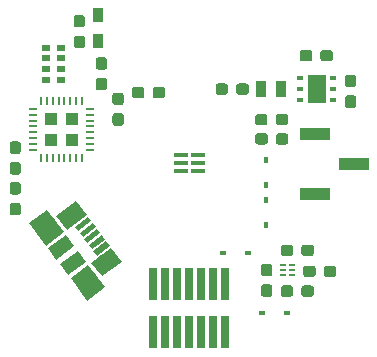
<source format=gbr>
G04 #@! TF.GenerationSoftware,KiCad,Pcbnew,(5.0.2)-1*
G04 #@! TF.CreationDate,2019-02-24T19:10:18-05:00*
G04 #@! TF.ProjectId,light_monitor,6c696768-745f-46d6-9f6e-69746f722e6b,R001*
G04 #@! TF.SameCoordinates,Original*
G04 #@! TF.FileFunction,Paste,Top*
G04 #@! TF.FilePolarity,Positive*
%FSLAX46Y46*%
G04 Gerber Fmt 4.6, Leading zero omitted, Abs format (unit mm)*
G04 Created by KiCad (PCBNEW (5.0.2)-1) date 2/24/2019 7:10:18 PM*
%MOMM*%
%LPD*%
G01*
G04 APERTURE LIST*
%ADD10R,0.530000X0.280000*%
%ADD11R,0.530000X0.200000*%
%ADD12R,0.900000X1.200000*%
%ADD13R,1.035000X1.035000*%
%ADD14R,0.700000X0.250000*%
%ADD15R,0.250000X0.700000*%
%ADD16R,0.900000X1.450000*%
%ADD17R,0.800000X0.500000*%
%ADD18R,1.200000X0.350000*%
%ADD19R,0.740000X2.790000*%
%ADD20R,1.500000X2.400000*%
%ADD21R,0.600000X0.400000*%
%ADD22C,0.100000*%
%ADD23C,0.950000*%
%ADD24R,0.600000X0.450000*%
%ADD25R,0.450000X0.600000*%
%ADD26C,0.450000*%
%ADD27C,1.475000*%
%ADD28C,1.900000*%
%ADD29C,1.175000*%
%ADD30R,2.510000X1.000000*%
G04 APERTURE END LIST*
D10*
G04 #@! TO.C,U4*
X121272600Y-114700000D03*
D11*
X121272600Y-114300000D03*
D10*
X121272600Y-113900000D03*
X122008600Y-113900000D03*
D11*
X122008600Y-114300000D03*
D10*
X122008600Y-114700000D03*
G04 #@! TD*
D12*
G04 #@! TO.C,D1*
X105623360Y-92735400D03*
X105623360Y-94935400D03*
G04 #@! TD*
D13*
G04 #@! TO.C,U1*
X103376900Y-101524900D03*
X101651900Y-101524900D03*
X103376900Y-103249900D03*
X101651900Y-103249900D03*
D14*
X104914400Y-100637400D03*
X104914400Y-101137400D03*
X104914400Y-101637400D03*
X104914400Y-102137400D03*
X104914400Y-102637400D03*
X104914400Y-103137400D03*
X104914400Y-103637400D03*
X104914400Y-104137400D03*
D15*
X104264400Y-104787400D03*
X103764400Y-104787400D03*
X103264400Y-104787400D03*
X102764400Y-104787400D03*
X102264400Y-104787400D03*
X101764400Y-104787400D03*
X101264400Y-104787400D03*
X100764400Y-104787400D03*
D14*
X100114400Y-104137400D03*
X100114400Y-103637400D03*
X100114400Y-103137400D03*
X100114400Y-102637400D03*
X100114400Y-102137400D03*
X100114400Y-101637400D03*
X100114400Y-101137400D03*
X100114400Y-100637400D03*
D15*
X100764400Y-99987400D03*
X101264400Y-99987400D03*
X101764400Y-99987400D03*
X102264400Y-99987400D03*
X102764400Y-99987400D03*
X103264400Y-99987400D03*
X103764400Y-99987400D03*
X104264400Y-99987400D03*
G04 #@! TD*
D16*
G04 #@! TO.C,L1*
X121119900Y-98971100D03*
X119419900Y-98971100D03*
G04 #@! TD*
D17*
G04 #@! TO.C,U5*
X101233680Y-98164640D03*
X101233680Y-97264640D03*
X101233680Y-96364640D03*
X101233680Y-95464640D03*
X102433680Y-95464640D03*
X102433680Y-96364640D03*
X102433680Y-97264640D03*
X102433680Y-98164640D03*
G04 #@! TD*
D18*
G04 #@! TO.C,IC1*
X112610200Y-104582200D03*
X112610200Y-105232200D03*
X112610200Y-105882200D03*
X114110200Y-105882200D03*
X114110200Y-105232200D03*
X114110200Y-104582200D03*
G04 #@! TD*
D19*
G04 #@! TO.C,U2*
X110286800Y-119542560D03*
X110286800Y-115478560D03*
X111302800Y-119542560D03*
X111302800Y-115478560D03*
X112318800Y-119542560D03*
X112318800Y-115478560D03*
X113334800Y-119542560D03*
X113334800Y-115478560D03*
X114350800Y-119542560D03*
X114350800Y-115478560D03*
X115366800Y-119542560D03*
X115366800Y-115478560D03*
X116382800Y-119542560D03*
X116382800Y-115478560D03*
G04 #@! TD*
D20*
G04 #@! TO.C,U3*
X124142500Y-98945700D03*
D21*
X122742500Y-97995700D03*
X122742500Y-98945700D03*
X122742500Y-99895700D03*
X125542500Y-99895700D03*
X125542500Y-98945700D03*
X125542500Y-97995700D03*
G04 #@! TD*
D22*
G04 #@! TO.C,C1*
G36*
X118147699Y-98499784D02*
X118170754Y-98503203D01*
X118193363Y-98508867D01*
X118215307Y-98516719D01*
X118236377Y-98526684D01*
X118256368Y-98538666D01*
X118275088Y-98552550D01*
X118292358Y-98568202D01*
X118308010Y-98585472D01*
X118321894Y-98604192D01*
X118333876Y-98624183D01*
X118343841Y-98645253D01*
X118351693Y-98667197D01*
X118357357Y-98689806D01*
X118360776Y-98712861D01*
X118361920Y-98736140D01*
X118361920Y-99211140D01*
X118360776Y-99234419D01*
X118357357Y-99257474D01*
X118351693Y-99280083D01*
X118343841Y-99302027D01*
X118333876Y-99323097D01*
X118321894Y-99343088D01*
X118308010Y-99361808D01*
X118292358Y-99379078D01*
X118275088Y-99394730D01*
X118256368Y-99408614D01*
X118236377Y-99420596D01*
X118215307Y-99430561D01*
X118193363Y-99438413D01*
X118170754Y-99444077D01*
X118147699Y-99447496D01*
X118124420Y-99448640D01*
X117549420Y-99448640D01*
X117526141Y-99447496D01*
X117503086Y-99444077D01*
X117480477Y-99438413D01*
X117458533Y-99430561D01*
X117437463Y-99420596D01*
X117417472Y-99408614D01*
X117398752Y-99394730D01*
X117381482Y-99379078D01*
X117365830Y-99361808D01*
X117351946Y-99343088D01*
X117339964Y-99323097D01*
X117329999Y-99302027D01*
X117322147Y-99280083D01*
X117316483Y-99257474D01*
X117313064Y-99234419D01*
X117311920Y-99211140D01*
X117311920Y-98736140D01*
X117313064Y-98712861D01*
X117316483Y-98689806D01*
X117322147Y-98667197D01*
X117329999Y-98645253D01*
X117339964Y-98624183D01*
X117351946Y-98604192D01*
X117365830Y-98585472D01*
X117381482Y-98568202D01*
X117398752Y-98552550D01*
X117417472Y-98538666D01*
X117437463Y-98526684D01*
X117458533Y-98516719D01*
X117480477Y-98508867D01*
X117503086Y-98503203D01*
X117526141Y-98499784D01*
X117549420Y-98498640D01*
X118124420Y-98498640D01*
X118147699Y-98499784D01*
X118147699Y-98499784D01*
G37*
D23*
X117836920Y-98973640D03*
D22*
G36*
X116397699Y-98499784D02*
X116420754Y-98503203D01*
X116443363Y-98508867D01*
X116465307Y-98516719D01*
X116486377Y-98526684D01*
X116506368Y-98538666D01*
X116525088Y-98552550D01*
X116542358Y-98568202D01*
X116558010Y-98585472D01*
X116571894Y-98604192D01*
X116583876Y-98624183D01*
X116593841Y-98645253D01*
X116601693Y-98667197D01*
X116607357Y-98689806D01*
X116610776Y-98712861D01*
X116611920Y-98736140D01*
X116611920Y-99211140D01*
X116610776Y-99234419D01*
X116607357Y-99257474D01*
X116601693Y-99280083D01*
X116593841Y-99302027D01*
X116583876Y-99323097D01*
X116571894Y-99343088D01*
X116558010Y-99361808D01*
X116542358Y-99379078D01*
X116525088Y-99394730D01*
X116506368Y-99408614D01*
X116486377Y-99420596D01*
X116465307Y-99430561D01*
X116443363Y-99438413D01*
X116420754Y-99444077D01*
X116397699Y-99447496D01*
X116374420Y-99448640D01*
X115799420Y-99448640D01*
X115776141Y-99447496D01*
X115753086Y-99444077D01*
X115730477Y-99438413D01*
X115708533Y-99430561D01*
X115687463Y-99420596D01*
X115667472Y-99408614D01*
X115648752Y-99394730D01*
X115631482Y-99379078D01*
X115615830Y-99361808D01*
X115601946Y-99343088D01*
X115589964Y-99323097D01*
X115579999Y-99302027D01*
X115572147Y-99280083D01*
X115566483Y-99257474D01*
X115563064Y-99234419D01*
X115561920Y-99211140D01*
X115561920Y-98736140D01*
X115563064Y-98712861D01*
X115566483Y-98689806D01*
X115572147Y-98667197D01*
X115579999Y-98645253D01*
X115589964Y-98624183D01*
X115601946Y-98604192D01*
X115615830Y-98585472D01*
X115631482Y-98568202D01*
X115648752Y-98552550D01*
X115667472Y-98538666D01*
X115687463Y-98526684D01*
X115708533Y-98516719D01*
X115730477Y-98508867D01*
X115753086Y-98503203D01*
X115776141Y-98499784D01*
X115799420Y-98498640D01*
X116374420Y-98498640D01*
X116397699Y-98499784D01*
X116397699Y-98499784D01*
G37*
D23*
X116086920Y-98973640D03*
G04 #@! TD*
D22*
G04 #@! TO.C,C2*
G36*
X125277479Y-95677844D02*
X125300534Y-95681263D01*
X125323143Y-95686927D01*
X125345087Y-95694779D01*
X125366157Y-95704744D01*
X125386148Y-95716726D01*
X125404868Y-95730610D01*
X125422138Y-95746262D01*
X125437790Y-95763532D01*
X125451674Y-95782252D01*
X125463656Y-95802243D01*
X125473621Y-95823313D01*
X125481473Y-95845257D01*
X125487137Y-95867866D01*
X125490556Y-95890921D01*
X125491700Y-95914200D01*
X125491700Y-96389200D01*
X125490556Y-96412479D01*
X125487137Y-96435534D01*
X125481473Y-96458143D01*
X125473621Y-96480087D01*
X125463656Y-96501157D01*
X125451674Y-96521148D01*
X125437790Y-96539868D01*
X125422138Y-96557138D01*
X125404868Y-96572790D01*
X125386148Y-96586674D01*
X125366157Y-96598656D01*
X125345087Y-96608621D01*
X125323143Y-96616473D01*
X125300534Y-96622137D01*
X125277479Y-96625556D01*
X125254200Y-96626700D01*
X124679200Y-96626700D01*
X124655921Y-96625556D01*
X124632866Y-96622137D01*
X124610257Y-96616473D01*
X124588313Y-96608621D01*
X124567243Y-96598656D01*
X124547252Y-96586674D01*
X124528532Y-96572790D01*
X124511262Y-96557138D01*
X124495610Y-96539868D01*
X124481726Y-96521148D01*
X124469744Y-96501157D01*
X124459779Y-96480087D01*
X124451927Y-96458143D01*
X124446263Y-96435534D01*
X124442844Y-96412479D01*
X124441700Y-96389200D01*
X124441700Y-95914200D01*
X124442844Y-95890921D01*
X124446263Y-95867866D01*
X124451927Y-95845257D01*
X124459779Y-95823313D01*
X124469744Y-95802243D01*
X124481726Y-95782252D01*
X124495610Y-95763532D01*
X124511262Y-95746262D01*
X124528532Y-95730610D01*
X124547252Y-95716726D01*
X124567243Y-95704744D01*
X124588313Y-95694779D01*
X124610257Y-95686927D01*
X124632866Y-95681263D01*
X124655921Y-95677844D01*
X124679200Y-95676700D01*
X125254200Y-95676700D01*
X125277479Y-95677844D01*
X125277479Y-95677844D01*
G37*
D23*
X124966700Y-96151700D03*
D22*
G36*
X123527479Y-95677844D02*
X123550534Y-95681263D01*
X123573143Y-95686927D01*
X123595087Y-95694779D01*
X123616157Y-95704744D01*
X123636148Y-95716726D01*
X123654868Y-95730610D01*
X123672138Y-95746262D01*
X123687790Y-95763532D01*
X123701674Y-95782252D01*
X123713656Y-95802243D01*
X123723621Y-95823313D01*
X123731473Y-95845257D01*
X123737137Y-95867866D01*
X123740556Y-95890921D01*
X123741700Y-95914200D01*
X123741700Y-96389200D01*
X123740556Y-96412479D01*
X123737137Y-96435534D01*
X123731473Y-96458143D01*
X123723621Y-96480087D01*
X123713656Y-96501157D01*
X123701674Y-96521148D01*
X123687790Y-96539868D01*
X123672138Y-96557138D01*
X123654868Y-96572790D01*
X123636148Y-96586674D01*
X123616157Y-96598656D01*
X123595087Y-96608621D01*
X123573143Y-96616473D01*
X123550534Y-96622137D01*
X123527479Y-96625556D01*
X123504200Y-96626700D01*
X122929200Y-96626700D01*
X122905921Y-96625556D01*
X122882866Y-96622137D01*
X122860257Y-96616473D01*
X122838313Y-96608621D01*
X122817243Y-96598656D01*
X122797252Y-96586674D01*
X122778532Y-96572790D01*
X122761262Y-96557138D01*
X122745610Y-96539868D01*
X122731726Y-96521148D01*
X122719744Y-96501157D01*
X122709779Y-96480087D01*
X122701927Y-96458143D01*
X122696263Y-96435534D01*
X122692844Y-96412479D01*
X122691700Y-96389200D01*
X122691700Y-95914200D01*
X122692844Y-95890921D01*
X122696263Y-95867866D01*
X122701927Y-95845257D01*
X122709779Y-95823313D01*
X122719744Y-95802243D01*
X122731726Y-95782252D01*
X122745610Y-95763532D01*
X122761262Y-95746262D01*
X122778532Y-95730610D01*
X122797252Y-95716726D01*
X122817243Y-95704744D01*
X122838313Y-95694779D01*
X122860257Y-95686927D01*
X122882866Y-95681263D01*
X122905921Y-95677844D01*
X122929200Y-95676700D01*
X123504200Y-95676700D01*
X123527479Y-95677844D01*
X123527479Y-95677844D01*
G37*
D23*
X123216700Y-96151700D03*
G04 #@! TD*
D22*
G04 #@! TO.C,C3*
G36*
X119765739Y-102721264D02*
X119788794Y-102724683D01*
X119811403Y-102730347D01*
X119833347Y-102738199D01*
X119854417Y-102748164D01*
X119874408Y-102760146D01*
X119893128Y-102774030D01*
X119910398Y-102789682D01*
X119926050Y-102806952D01*
X119939934Y-102825672D01*
X119951916Y-102845663D01*
X119961881Y-102866733D01*
X119969733Y-102888677D01*
X119975397Y-102911286D01*
X119978816Y-102934341D01*
X119979960Y-102957620D01*
X119979960Y-103432620D01*
X119978816Y-103455899D01*
X119975397Y-103478954D01*
X119969733Y-103501563D01*
X119961881Y-103523507D01*
X119951916Y-103544577D01*
X119939934Y-103564568D01*
X119926050Y-103583288D01*
X119910398Y-103600558D01*
X119893128Y-103616210D01*
X119874408Y-103630094D01*
X119854417Y-103642076D01*
X119833347Y-103652041D01*
X119811403Y-103659893D01*
X119788794Y-103665557D01*
X119765739Y-103668976D01*
X119742460Y-103670120D01*
X119167460Y-103670120D01*
X119144181Y-103668976D01*
X119121126Y-103665557D01*
X119098517Y-103659893D01*
X119076573Y-103652041D01*
X119055503Y-103642076D01*
X119035512Y-103630094D01*
X119016792Y-103616210D01*
X118999522Y-103600558D01*
X118983870Y-103583288D01*
X118969986Y-103564568D01*
X118958004Y-103544577D01*
X118948039Y-103523507D01*
X118940187Y-103501563D01*
X118934523Y-103478954D01*
X118931104Y-103455899D01*
X118929960Y-103432620D01*
X118929960Y-102957620D01*
X118931104Y-102934341D01*
X118934523Y-102911286D01*
X118940187Y-102888677D01*
X118948039Y-102866733D01*
X118958004Y-102845663D01*
X118969986Y-102825672D01*
X118983870Y-102806952D01*
X118999522Y-102789682D01*
X119016792Y-102774030D01*
X119035512Y-102760146D01*
X119055503Y-102748164D01*
X119076573Y-102738199D01*
X119098517Y-102730347D01*
X119121126Y-102724683D01*
X119144181Y-102721264D01*
X119167460Y-102720120D01*
X119742460Y-102720120D01*
X119765739Y-102721264D01*
X119765739Y-102721264D01*
G37*
D23*
X119454960Y-103195120D03*
D22*
G36*
X121515739Y-102721264D02*
X121538794Y-102724683D01*
X121561403Y-102730347D01*
X121583347Y-102738199D01*
X121604417Y-102748164D01*
X121624408Y-102760146D01*
X121643128Y-102774030D01*
X121660398Y-102789682D01*
X121676050Y-102806952D01*
X121689934Y-102825672D01*
X121701916Y-102845663D01*
X121711881Y-102866733D01*
X121719733Y-102888677D01*
X121725397Y-102911286D01*
X121728816Y-102934341D01*
X121729960Y-102957620D01*
X121729960Y-103432620D01*
X121728816Y-103455899D01*
X121725397Y-103478954D01*
X121719733Y-103501563D01*
X121711881Y-103523507D01*
X121701916Y-103544577D01*
X121689934Y-103564568D01*
X121676050Y-103583288D01*
X121660398Y-103600558D01*
X121643128Y-103616210D01*
X121624408Y-103630094D01*
X121604417Y-103642076D01*
X121583347Y-103652041D01*
X121561403Y-103659893D01*
X121538794Y-103665557D01*
X121515739Y-103668976D01*
X121492460Y-103670120D01*
X120917460Y-103670120D01*
X120894181Y-103668976D01*
X120871126Y-103665557D01*
X120848517Y-103659893D01*
X120826573Y-103652041D01*
X120805503Y-103642076D01*
X120785512Y-103630094D01*
X120766792Y-103616210D01*
X120749522Y-103600558D01*
X120733870Y-103583288D01*
X120719986Y-103564568D01*
X120708004Y-103544577D01*
X120698039Y-103523507D01*
X120690187Y-103501563D01*
X120684523Y-103478954D01*
X120681104Y-103455899D01*
X120679960Y-103432620D01*
X120679960Y-102957620D01*
X120681104Y-102934341D01*
X120684523Y-102911286D01*
X120690187Y-102888677D01*
X120698039Y-102866733D01*
X120708004Y-102845663D01*
X120719986Y-102825672D01*
X120733870Y-102806952D01*
X120749522Y-102789682D01*
X120766792Y-102774030D01*
X120785512Y-102760146D01*
X120805503Y-102748164D01*
X120826573Y-102738199D01*
X120848517Y-102730347D01*
X120871126Y-102724683D01*
X120894181Y-102721264D01*
X120917460Y-102720120D01*
X121492460Y-102720120D01*
X121515739Y-102721264D01*
X121515739Y-102721264D01*
G37*
D23*
X121204960Y-103195120D03*
G04 #@! TD*
D22*
G04 #@! TO.C,C4*
G36*
X127250619Y-99512744D02*
X127273674Y-99516163D01*
X127296283Y-99521827D01*
X127318227Y-99529679D01*
X127339297Y-99539644D01*
X127359288Y-99551626D01*
X127378008Y-99565510D01*
X127395278Y-99581162D01*
X127410930Y-99598432D01*
X127424814Y-99617152D01*
X127436796Y-99637143D01*
X127446761Y-99658213D01*
X127454613Y-99680157D01*
X127460277Y-99702766D01*
X127463696Y-99725821D01*
X127464840Y-99749100D01*
X127464840Y-100324100D01*
X127463696Y-100347379D01*
X127460277Y-100370434D01*
X127454613Y-100393043D01*
X127446761Y-100414987D01*
X127436796Y-100436057D01*
X127424814Y-100456048D01*
X127410930Y-100474768D01*
X127395278Y-100492038D01*
X127378008Y-100507690D01*
X127359288Y-100521574D01*
X127339297Y-100533556D01*
X127318227Y-100543521D01*
X127296283Y-100551373D01*
X127273674Y-100557037D01*
X127250619Y-100560456D01*
X127227340Y-100561600D01*
X126752340Y-100561600D01*
X126729061Y-100560456D01*
X126706006Y-100557037D01*
X126683397Y-100551373D01*
X126661453Y-100543521D01*
X126640383Y-100533556D01*
X126620392Y-100521574D01*
X126601672Y-100507690D01*
X126584402Y-100492038D01*
X126568750Y-100474768D01*
X126554866Y-100456048D01*
X126542884Y-100436057D01*
X126532919Y-100414987D01*
X126525067Y-100393043D01*
X126519403Y-100370434D01*
X126515984Y-100347379D01*
X126514840Y-100324100D01*
X126514840Y-99749100D01*
X126515984Y-99725821D01*
X126519403Y-99702766D01*
X126525067Y-99680157D01*
X126532919Y-99658213D01*
X126542884Y-99637143D01*
X126554866Y-99617152D01*
X126568750Y-99598432D01*
X126584402Y-99581162D01*
X126601672Y-99565510D01*
X126620392Y-99551626D01*
X126640383Y-99539644D01*
X126661453Y-99529679D01*
X126683397Y-99521827D01*
X126706006Y-99516163D01*
X126729061Y-99512744D01*
X126752340Y-99511600D01*
X127227340Y-99511600D01*
X127250619Y-99512744D01*
X127250619Y-99512744D01*
G37*
D23*
X126989840Y-100036600D03*
D22*
G36*
X127250619Y-97762744D02*
X127273674Y-97766163D01*
X127296283Y-97771827D01*
X127318227Y-97779679D01*
X127339297Y-97789644D01*
X127359288Y-97801626D01*
X127378008Y-97815510D01*
X127395278Y-97831162D01*
X127410930Y-97848432D01*
X127424814Y-97867152D01*
X127436796Y-97887143D01*
X127446761Y-97908213D01*
X127454613Y-97930157D01*
X127460277Y-97952766D01*
X127463696Y-97975821D01*
X127464840Y-97999100D01*
X127464840Y-98574100D01*
X127463696Y-98597379D01*
X127460277Y-98620434D01*
X127454613Y-98643043D01*
X127446761Y-98664987D01*
X127436796Y-98686057D01*
X127424814Y-98706048D01*
X127410930Y-98724768D01*
X127395278Y-98742038D01*
X127378008Y-98757690D01*
X127359288Y-98771574D01*
X127339297Y-98783556D01*
X127318227Y-98793521D01*
X127296283Y-98801373D01*
X127273674Y-98807037D01*
X127250619Y-98810456D01*
X127227340Y-98811600D01*
X126752340Y-98811600D01*
X126729061Y-98810456D01*
X126706006Y-98807037D01*
X126683397Y-98801373D01*
X126661453Y-98793521D01*
X126640383Y-98783556D01*
X126620392Y-98771574D01*
X126601672Y-98757690D01*
X126584402Y-98742038D01*
X126568750Y-98724768D01*
X126554866Y-98706048D01*
X126542884Y-98686057D01*
X126532919Y-98664987D01*
X126525067Y-98643043D01*
X126519403Y-98620434D01*
X126515984Y-98597379D01*
X126514840Y-98574100D01*
X126514840Y-97999100D01*
X126515984Y-97975821D01*
X126519403Y-97952766D01*
X126525067Y-97930157D01*
X126532919Y-97908213D01*
X126542884Y-97887143D01*
X126554866Y-97867152D01*
X126568750Y-97848432D01*
X126584402Y-97831162D01*
X126601672Y-97815510D01*
X126620392Y-97801626D01*
X126640383Y-97789644D01*
X126661453Y-97779679D01*
X126683397Y-97771827D01*
X126706006Y-97766163D01*
X126729061Y-97762744D01*
X126752340Y-97761600D01*
X127227340Y-97761600D01*
X127250619Y-97762744D01*
X127250619Y-97762744D01*
G37*
D23*
X126989840Y-98286600D03*
G04 #@! TD*
D22*
G04 #@! TO.C,C5*
G36*
X123668419Y-115604144D02*
X123691474Y-115607563D01*
X123714083Y-115613227D01*
X123736027Y-115621079D01*
X123757097Y-115631044D01*
X123777088Y-115643026D01*
X123795808Y-115656910D01*
X123813078Y-115672562D01*
X123828730Y-115689832D01*
X123842614Y-115708552D01*
X123854596Y-115728543D01*
X123864561Y-115749613D01*
X123872413Y-115771557D01*
X123878077Y-115794166D01*
X123881496Y-115817221D01*
X123882640Y-115840500D01*
X123882640Y-116315500D01*
X123881496Y-116338779D01*
X123878077Y-116361834D01*
X123872413Y-116384443D01*
X123864561Y-116406387D01*
X123854596Y-116427457D01*
X123842614Y-116447448D01*
X123828730Y-116466168D01*
X123813078Y-116483438D01*
X123795808Y-116499090D01*
X123777088Y-116512974D01*
X123757097Y-116524956D01*
X123736027Y-116534921D01*
X123714083Y-116542773D01*
X123691474Y-116548437D01*
X123668419Y-116551856D01*
X123645140Y-116553000D01*
X123070140Y-116553000D01*
X123046861Y-116551856D01*
X123023806Y-116548437D01*
X123001197Y-116542773D01*
X122979253Y-116534921D01*
X122958183Y-116524956D01*
X122938192Y-116512974D01*
X122919472Y-116499090D01*
X122902202Y-116483438D01*
X122886550Y-116466168D01*
X122872666Y-116447448D01*
X122860684Y-116427457D01*
X122850719Y-116406387D01*
X122842867Y-116384443D01*
X122837203Y-116361834D01*
X122833784Y-116338779D01*
X122832640Y-116315500D01*
X122832640Y-115840500D01*
X122833784Y-115817221D01*
X122837203Y-115794166D01*
X122842867Y-115771557D01*
X122850719Y-115749613D01*
X122860684Y-115728543D01*
X122872666Y-115708552D01*
X122886550Y-115689832D01*
X122902202Y-115672562D01*
X122919472Y-115656910D01*
X122938192Y-115643026D01*
X122958183Y-115631044D01*
X122979253Y-115621079D01*
X123001197Y-115613227D01*
X123023806Y-115607563D01*
X123046861Y-115604144D01*
X123070140Y-115603000D01*
X123645140Y-115603000D01*
X123668419Y-115604144D01*
X123668419Y-115604144D01*
G37*
D23*
X123357640Y-116078000D03*
D22*
G36*
X121918419Y-115604144D02*
X121941474Y-115607563D01*
X121964083Y-115613227D01*
X121986027Y-115621079D01*
X122007097Y-115631044D01*
X122027088Y-115643026D01*
X122045808Y-115656910D01*
X122063078Y-115672562D01*
X122078730Y-115689832D01*
X122092614Y-115708552D01*
X122104596Y-115728543D01*
X122114561Y-115749613D01*
X122122413Y-115771557D01*
X122128077Y-115794166D01*
X122131496Y-115817221D01*
X122132640Y-115840500D01*
X122132640Y-116315500D01*
X122131496Y-116338779D01*
X122128077Y-116361834D01*
X122122413Y-116384443D01*
X122114561Y-116406387D01*
X122104596Y-116427457D01*
X122092614Y-116447448D01*
X122078730Y-116466168D01*
X122063078Y-116483438D01*
X122045808Y-116499090D01*
X122027088Y-116512974D01*
X122007097Y-116524956D01*
X121986027Y-116534921D01*
X121964083Y-116542773D01*
X121941474Y-116548437D01*
X121918419Y-116551856D01*
X121895140Y-116553000D01*
X121320140Y-116553000D01*
X121296861Y-116551856D01*
X121273806Y-116548437D01*
X121251197Y-116542773D01*
X121229253Y-116534921D01*
X121208183Y-116524956D01*
X121188192Y-116512974D01*
X121169472Y-116499090D01*
X121152202Y-116483438D01*
X121136550Y-116466168D01*
X121122666Y-116447448D01*
X121110684Y-116427457D01*
X121100719Y-116406387D01*
X121092867Y-116384443D01*
X121087203Y-116361834D01*
X121083784Y-116338779D01*
X121082640Y-116315500D01*
X121082640Y-115840500D01*
X121083784Y-115817221D01*
X121087203Y-115794166D01*
X121092867Y-115771557D01*
X121100719Y-115749613D01*
X121110684Y-115728543D01*
X121122666Y-115708552D01*
X121136550Y-115689832D01*
X121152202Y-115672562D01*
X121169472Y-115656910D01*
X121188192Y-115643026D01*
X121208183Y-115631044D01*
X121229253Y-115621079D01*
X121251197Y-115613227D01*
X121273806Y-115607563D01*
X121296861Y-115604144D01*
X121320140Y-115603000D01*
X121895140Y-115603000D01*
X121918419Y-115604144D01*
X121918419Y-115604144D01*
G37*
D23*
X121607640Y-116078000D03*
G04 #@! TD*
D22*
G04 #@! TO.C,C6*
G36*
X121914579Y-112149744D02*
X121937634Y-112153163D01*
X121960243Y-112158827D01*
X121982187Y-112166679D01*
X122003257Y-112176644D01*
X122023248Y-112188626D01*
X122041968Y-112202510D01*
X122059238Y-112218162D01*
X122074890Y-112235432D01*
X122088774Y-112254152D01*
X122100756Y-112274143D01*
X122110721Y-112295213D01*
X122118573Y-112317157D01*
X122124237Y-112339766D01*
X122127656Y-112362821D01*
X122128800Y-112386100D01*
X122128800Y-112861100D01*
X122127656Y-112884379D01*
X122124237Y-112907434D01*
X122118573Y-112930043D01*
X122110721Y-112951987D01*
X122100756Y-112973057D01*
X122088774Y-112993048D01*
X122074890Y-113011768D01*
X122059238Y-113029038D01*
X122041968Y-113044690D01*
X122023248Y-113058574D01*
X122003257Y-113070556D01*
X121982187Y-113080521D01*
X121960243Y-113088373D01*
X121937634Y-113094037D01*
X121914579Y-113097456D01*
X121891300Y-113098600D01*
X121316300Y-113098600D01*
X121293021Y-113097456D01*
X121269966Y-113094037D01*
X121247357Y-113088373D01*
X121225413Y-113080521D01*
X121204343Y-113070556D01*
X121184352Y-113058574D01*
X121165632Y-113044690D01*
X121148362Y-113029038D01*
X121132710Y-113011768D01*
X121118826Y-112993048D01*
X121106844Y-112973057D01*
X121096879Y-112951987D01*
X121089027Y-112930043D01*
X121083363Y-112907434D01*
X121079944Y-112884379D01*
X121078800Y-112861100D01*
X121078800Y-112386100D01*
X121079944Y-112362821D01*
X121083363Y-112339766D01*
X121089027Y-112317157D01*
X121096879Y-112295213D01*
X121106844Y-112274143D01*
X121118826Y-112254152D01*
X121132710Y-112235432D01*
X121148362Y-112218162D01*
X121165632Y-112202510D01*
X121184352Y-112188626D01*
X121204343Y-112176644D01*
X121225413Y-112166679D01*
X121247357Y-112158827D01*
X121269966Y-112153163D01*
X121293021Y-112149744D01*
X121316300Y-112148600D01*
X121891300Y-112148600D01*
X121914579Y-112149744D01*
X121914579Y-112149744D01*
G37*
D23*
X121603800Y-112623600D03*
D22*
G36*
X123664579Y-112149744D02*
X123687634Y-112153163D01*
X123710243Y-112158827D01*
X123732187Y-112166679D01*
X123753257Y-112176644D01*
X123773248Y-112188626D01*
X123791968Y-112202510D01*
X123809238Y-112218162D01*
X123824890Y-112235432D01*
X123838774Y-112254152D01*
X123850756Y-112274143D01*
X123860721Y-112295213D01*
X123868573Y-112317157D01*
X123874237Y-112339766D01*
X123877656Y-112362821D01*
X123878800Y-112386100D01*
X123878800Y-112861100D01*
X123877656Y-112884379D01*
X123874237Y-112907434D01*
X123868573Y-112930043D01*
X123860721Y-112951987D01*
X123850756Y-112973057D01*
X123838774Y-112993048D01*
X123824890Y-113011768D01*
X123809238Y-113029038D01*
X123791968Y-113044690D01*
X123773248Y-113058574D01*
X123753257Y-113070556D01*
X123732187Y-113080521D01*
X123710243Y-113088373D01*
X123687634Y-113094037D01*
X123664579Y-113097456D01*
X123641300Y-113098600D01*
X123066300Y-113098600D01*
X123043021Y-113097456D01*
X123019966Y-113094037D01*
X122997357Y-113088373D01*
X122975413Y-113080521D01*
X122954343Y-113070556D01*
X122934352Y-113058574D01*
X122915632Y-113044690D01*
X122898362Y-113029038D01*
X122882710Y-113011768D01*
X122868826Y-112993048D01*
X122856844Y-112973057D01*
X122846879Y-112951987D01*
X122839027Y-112930043D01*
X122833363Y-112907434D01*
X122829944Y-112884379D01*
X122828800Y-112861100D01*
X122828800Y-112386100D01*
X122829944Y-112362821D01*
X122833363Y-112339766D01*
X122839027Y-112317157D01*
X122846879Y-112295213D01*
X122856844Y-112274143D01*
X122868826Y-112254152D01*
X122882710Y-112235432D01*
X122898362Y-112218162D01*
X122915632Y-112202510D01*
X122934352Y-112188626D01*
X122954343Y-112176644D01*
X122975413Y-112166679D01*
X122997357Y-112158827D01*
X123019966Y-112153163D01*
X123043021Y-112149744D01*
X123066300Y-112148600D01*
X123641300Y-112148600D01*
X123664579Y-112149744D01*
X123664579Y-112149744D01*
G37*
D23*
X123353800Y-112623600D03*
G04 #@! TD*
D22*
G04 #@! TO.C,C7*
G36*
X123819579Y-113927744D02*
X123842634Y-113931163D01*
X123865243Y-113936827D01*
X123887187Y-113944679D01*
X123908257Y-113954644D01*
X123928248Y-113966626D01*
X123946968Y-113980510D01*
X123964238Y-113996162D01*
X123979890Y-114013432D01*
X123993774Y-114032152D01*
X124005756Y-114052143D01*
X124015721Y-114073213D01*
X124023573Y-114095157D01*
X124029237Y-114117766D01*
X124032656Y-114140821D01*
X124033800Y-114164100D01*
X124033800Y-114639100D01*
X124032656Y-114662379D01*
X124029237Y-114685434D01*
X124023573Y-114708043D01*
X124015721Y-114729987D01*
X124005756Y-114751057D01*
X123993774Y-114771048D01*
X123979890Y-114789768D01*
X123964238Y-114807038D01*
X123946968Y-114822690D01*
X123928248Y-114836574D01*
X123908257Y-114848556D01*
X123887187Y-114858521D01*
X123865243Y-114866373D01*
X123842634Y-114872037D01*
X123819579Y-114875456D01*
X123796300Y-114876600D01*
X123221300Y-114876600D01*
X123198021Y-114875456D01*
X123174966Y-114872037D01*
X123152357Y-114866373D01*
X123130413Y-114858521D01*
X123109343Y-114848556D01*
X123089352Y-114836574D01*
X123070632Y-114822690D01*
X123053362Y-114807038D01*
X123037710Y-114789768D01*
X123023826Y-114771048D01*
X123011844Y-114751057D01*
X123001879Y-114729987D01*
X122994027Y-114708043D01*
X122988363Y-114685434D01*
X122984944Y-114662379D01*
X122983800Y-114639100D01*
X122983800Y-114164100D01*
X122984944Y-114140821D01*
X122988363Y-114117766D01*
X122994027Y-114095157D01*
X123001879Y-114073213D01*
X123011844Y-114052143D01*
X123023826Y-114032152D01*
X123037710Y-114013432D01*
X123053362Y-113996162D01*
X123070632Y-113980510D01*
X123089352Y-113966626D01*
X123109343Y-113954644D01*
X123130413Y-113944679D01*
X123152357Y-113936827D01*
X123174966Y-113931163D01*
X123198021Y-113927744D01*
X123221300Y-113926600D01*
X123796300Y-113926600D01*
X123819579Y-113927744D01*
X123819579Y-113927744D01*
G37*
D23*
X123508800Y-114401600D03*
D22*
G36*
X125569579Y-113927744D02*
X125592634Y-113931163D01*
X125615243Y-113936827D01*
X125637187Y-113944679D01*
X125658257Y-113954644D01*
X125678248Y-113966626D01*
X125696968Y-113980510D01*
X125714238Y-113996162D01*
X125729890Y-114013432D01*
X125743774Y-114032152D01*
X125755756Y-114052143D01*
X125765721Y-114073213D01*
X125773573Y-114095157D01*
X125779237Y-114117766D01*
X125782656Y-114140821D01*
X125783800Y-114164100D01*
X125783800Y-114639100D01*
X125782656Y-114662379D01*
X125779237Y-114685434D01*
X125773573Y-114708043D01*
X125765721Y-114729987D01*
X125755756Y-114751057D01*
X125743774Y-114771048D01*
X125729890Y-114789768D01*
X125714238Y-114807038D01*
X125696968Y-114822690D01*
X125678248Y-114836574D01*
X125658257Y-114848556D01*
X125637187Y-114858521D01*
X125615243Y-114866373D01*
X125592634Y-114872037D01*
X125569579Y-114875456D01*
X125546300Y-114876600D01*
X124971300Y-114876600D01*
X124948021Y-114875456D01*
X124924966Y-114872037D01*
X124902357Y-114866373D01*
X124880413Y-114858521D01*
X124859343Y-114848556D01*
X124839352Y-114836574D01*
X124820632Y-114822690D01*
X124803362Y-114807038D01*
X124787710Y-114789768D01*
X124773826Y-114771048D01*
X124761844Y-114751057D01*
X124751879Y-114729987D01*
X124744027Y-114708043D01*
X124738363Y-114685434D01*
X124734944Y-114662379D01*
X124733800Y-114639100D01*
X124733800Y-114164100D01*
X124734944Y-114140821D01*
X124738363Y-114117766D01*
X124744027Y-114095157D01*
X124751879Y-114073213D01*
X124761844Y-114052143D01*
X124773826Y-114032152D01*
X124787710Y-114013432D01*
X124803362Y-113996162D01*
X124820632Y-113980510D01*
X124839352Y-113966626D01*
X124859343Y-113954644D01*
X124880413Y-113944679D01*
X124902357Y-113936827D01*
X124924966Y-113931163D01*
X124948021Y-113927744D01*
X124971300Y-113926600D01*
X125546300Y-113926600D01*
X125569579Y-113927744D01*
X125569579Y-113927744D01*
G37*
D23*
X125258800Y-114401600D03*
G04 #@! TD*
D24*
G04 #@! TO.C,D2*
X118320240Y-112887760D03*
X116220240Y-112887760D03*
G04 #@! TD*
G04 #@! TO.C,D3*
X119528880Y-117962680D03*
X121628880Y-117962680D03*
G04 #@! TD*
D25*
G04 #@! TO.C,D4*
X119806720Y-108393520D03*
X119806720Y-110493520D03*
G04 #@! TD*
G04 #@! TO.C,D5*
X119801640Y-105020400D03*
X119801640Y-107120400D03*
G04 #@! TD*
D22*
G04 #@! TO.C,R1*
G36*
X104273779Y-94458144D02*
X104296834Y-94461563D01*
X104319443Y-94467227D01*
X104341387Y-94475079D01*
X104362457Y-94485044D01*
X104382448Y-94497026D01*
X104401168Y-94510910D01*
X104418438Y-94526562D01*
X104434090Y-94543832D01*
X104447974Y-94562552D01*
X104459956Y-94582543D01*
X104469921Y-94603613D01*
X104477773Y-94625557D01*
X104483437Y-94648166D01*
X104486856Y-94671221D01*
X104488000Y-94694500D01*
X104488000Y-95269500D01*
X104486856Y-95292779D01*
X104483437Y-95315834D01*
X104477773Y-95338443D01*
X104469921Y-95360387D01*
X104459956Y-95381457D01*
X104447974Y-95401448D01*
X104434090Y-95420168D01*
X104418438Y-95437438D01*
X104401168Y-95453090D01*
X104382448Y-95466974D01*
X104362457Y-95478956D01*
X104341387Y-95488921D01*
X104319443Y-95496773D01*
X104296834Y-95502437D01*
X104273779Y-95505856D01*
X104250500Y-95507000D01*
X103775500Y-95507000D01*
X103752221Y-95505856D01*
X103729166Y-95502437D01*
X103706557Y-95496773D01*
X103684613Y-95488921D01*
X103663543Y-95478956D01*
X103643552Y-95466974D01*
X103624832Y-95453090D01*
X103607562Y-95437438D01*
X103591910Y-95420168D01*
X103578026Y-95401448D01*
X103566044Y-95381457D01*
X103556079Y-95360387D01*
X103548227Y-95338443D01*
X103542563Y-95315834D01*
X103539144Y-95292779D01*
X103538000Y-95269500D01*
X103538000Y-94694500D01*
X103539144Y-94671221D01*
X103542563Y-94648166D01*
X103548227Y-94625557D01*
X103556079Y-94603613D01*
X103566044Y-94582543D01*
X103578026Y-94562552D01*
X103591910Y-94543832D01*
X103607562Y-94526562D01*
X103624832Y-94510910D01*
X103643552Y-94497026D01*
X103663543Y-94485044D01*
X103684613Y-94475079D01*
X103706557Y-94467227D01*
X103729166Y-94461563D01*
X103752221Y-94458144D01*
X103775500Y-94457000D01*
X104250500Y-94457000D01*
X104273779Y-94458144D01*
X104273779Y-94458144D01*
G37*
D23*
X104013000Y-94982000D03*
D22*
G36*
X104273779Y-92708144D02*
X104296834Y-92711563D01*
X104319443Y-92717227D01*
X104341387Y-92725079D01*
X104362457Y-92735044D01*
X104382448Y-92747026D01*
X104401168Y-92760910D01*
X104418438Y-92776562D01*
X104434090Y-92793832D01*
X104447974Y-92812552D01*
X104459956Y-92832543D01*
X104469921Y-92853613D01*
X104477773Y-92875557D01*
X104483437Y-92898166D01*
X104486856Y-92921221D01*
X104488000Y-92944500D01*
X104488000Y-93519500D01*
X104486856Y-93542779D01*
X104483437Y-93565834D01*
X104477773Y-93588443D01*
X104469921Y-93610387D01*
X104459956Y-93631457D01*
X104447974Y-93651448D01*
X104434090Y-93670168D01*
X104418438Y-93687438D01*
X104401168Y-93703090D01*
X104382448Y-93716974D01*
X104362457Y-93728956D01*
X104341387Y-93738921D01*
X104319443Y-93746773D01*
X104296834Y-93752437D01*
X104273779Y-93755856D01*
X104250500Y-93757000D01*
X103775500Y-93757000D01*
X103752221Y-93755856D01*
X103729166Y-93752437D01*
X103706557Y-93746773D01*
X103684613Y-93738921D01*
X103663543Y-93728956D01*
X103643552Y-93716974D01*
X103624832Y-93703090D01*
X103607562Y-93687438D01*
X103591910Y-93670168D01*
X103578026Y-93651448D01*
X103566044Y-93631457D01*
X103556079Y-93610387D01*
X103548227Y-93588443D01*
X103542563Y-93565834D01*
X103539144Y-93542779D01*
X103538000Y-93519500D01*
X103538000Y-92944500D01*
X103539144Y-92921221D01*
X103542563Y-92898166D01*
X103548227Y-92875557D01*
X103556079Y-92853613D01*
X103566044Y-92832543D01*
X103578026Y-92812552D01*
X103591910Y-92793832D01*
X103607562Y-92776562D01*
X103624832Y-92760910D01*
X103643552Y-92747026D01*
X103663543Y-92735044D01*
X103684613Y-92725079D01*
X103706557Y-92717227D01*
X103729166Y-92711563D01*
X103752221Y-92708144D01*
X103775500Y-92707000D01*
X104250500Y-92707000D01*
X104273779Y-92708144D01*
X104273779Y-92708144D01*
G37*
D23*
X104013000Y-93232000D03*
G04 #@! TD*
D22*
G04 #@! TO.C,R2*
G36*
X106158459Y-96284464D02*
X106181514Y-96287883D01*
X106204123Y-96293547D01*
X106226067Y-96301399D01*
X106247137Y-96311364D01*
X106267128Y-96323346D01*
X106285848Y-96337230D01*
X106303118Y-96352882D01*
X106318770Y-96370152D01*
X106332654Y-96388872D01*
X106344636Y-96408863D01*
X106354601Y-96429933D01*
X106362453Y-96451877D01*
X106368117Y-96474486D01*
X106371536Y-96497541D01*
X106372680Y-96520820D01*
X106372680Y-97095820D01*
X106371536Y-97119099D01*
X106368117Y-97142154D01*
X106362453Y-97164763D01*
X106354601Y-97186707D01*
X106344636Y-97207777D01*
X106332654Y-97227768D01*
X106318770Y-97246488D01*
X106303118Y-97263758D01*
X106285848Y-97279410D01*
X106267128Y-97293294D01*
X106247137Y-97305276D01*
X106226067Y-97315241D01*
X106204123Y-97323093D01*
X106181514Y-97328757D01*
X106158459Y-97332176D01*
X106135180Y-97333320D01*
X105660180Y-97333320D01*
X105636901Y-97332176D01*
X105613846Y-97328757D01*
X105591237Y-97323093D01*
X105569293Y-97315241D01*
X105548223Y-97305276D01*
X105528232Y-97293294D01*
X105509512Y-97279410D01*
X105492242Y-97263758D01*
X105476590Y-97246488D01*
X105462706Y-97227768D01*
X105450724Y-97207777D01*
X105440759Y-97186707D01*
X105432907Y-97164763D01*
X105427243Y-97142154D01*
X105423824Y-97119099D01*
X105422680Y-97095820D01*
X105422680Y-96520820D01*
X105423824Y-96497541D01*
X105427243Y-96474486D01*
X105432907Y-96451877D01*
X105440759Y-96429933D01*
X105450724Y-96408863D01*
X105462706Y-96388872D01*
X105476590Y-96370152D01*
X105492242Y-96352882D01*
X105509512Y-96337230D01*
X105528232Y-96323346D01*
X105548223Y-96311364D01*
X105569293Y-96301399D01*
X105591237Y-96293547D01*
X105613846Y-96287883D01*
X105636901Y-96284464D01*
X105660180Y-96283320D01*
X106135180Y-96283320D01*
X106158459Y-96284464D01*
X106158459Y-96284464D01*
G37*
D23*
X105897680Y-96808320D03*
D22*
G36*
X106158459Y-98034464D02*
X106181514Y-98037883D01*
X106204123Y-98043547D01*
X106226067Y-98051399D01*
X106247137Y-98061364D01*
X106267128Y-98073346D01*
X106285848Y-98087230D01*
X106303118Y-98102882D01*
X106318770Y-98120152D01*
X106332654Y-98138872D01*
X106344636Y-98158863D01*
X106354601Y-98179933D01*
X106362453Y-98201877D01*
X106368117Y-98224486D01*
X106371536Y-98247541D01*
X106372680Y-98270820D01*
X106372680Y-98845820D01*
X106371536Y-98869099D01*
X106368117Y-98892154D01*
X106362453Y-98914763D01*
X106354601Y-98936707D01*
X106344636Y-98957777D01*
X106332654Y-98977768D01*
X106318770Y-98996488D01*
X106303118Y-99013758D01*
X106285848Y-99029410D01*
X106267128Y-99043294D01*
X106247137Y-99055276D01*
X106226067Y-99065241D01*
X106204123Y-99073093D01*
X106181514Y-99078757D01*
X106158459Y-99082176D01*
X106135180Y-99083320D01*
X105660180Y-99083320D01*
X105636901Y-99082176D01*
X105613846Y-99078757D01*
X105591237Y-99073093D01*
X105569293Y-99065241D01*
X105548223Y-99055276D01*
X105528232Y-99043294D01*
X105509512Y-99029410D01*
X105492242Y-99013758D01*
X105476590Y-98996488D01*
X105462706Y-98977768D01*
X105450724Y-98957777D01*
X105440759Y-98936707D01*
X105432907Y-98914763D01*
X105427243Y-98892154D01*
X105423824Y-98869099D01*
X105422680Y-98845820D01*
X105422680Y-98270820D01*
X105423824Y-98247541D01*
X105427243Y-98224486D01*
X105432907Y-98201877D01*
X105440759Y-98179933D01*
X105450724Y-98158863D01*
X105462706Y-98138872D01*
X105476590Y-98120152D01*
X105492242Y-98102882D01*
X105509512Y-98087230D01*
X105528232Y-98073346D01*
X105548223Y-98061364D01*
X105569293Y-98051399D01*
X105591237Y-98043547D01*
X105613846Y-98037883D01*
X105636901Y-98034464D01*
X105660180Y-98033320D01*
X106135180Y-98033320D01*
X106158459Y-98034464D01*
X106158459Y-98034464D01*
G37*
D23*
X105897680Y-98558320D03*
G04 #@! TD*
D22*
G04 #@! TO.C,R3*
G36*
X121494179Y-101090584D02*
X121517234Y-101094003D01*
X121539843Y-101099667D01*
X121561787Y-101107519D01*
X121582857Y-101117484D01*
X121602848Y-101129466D01*
X121621568Y-101143350D01*
X121638838Y-101159002D01*
X121654490Y-101176272D01*
X121668374Y-101194992D01*
X121680356Y-101214983D01*
X121690321Y-101236053D01*
X121698173Y-101257997D01*
X121703837Y-101280606D01*
X121707256Y-101303661D01*
X121708400Y-101326940D01*
X121708400Y-101801940D01*
X121707256Y-101825219D01*
X121703837Y-101848274D01*
X121698173Y-101870883D01*
X121690321Y-101892827D01*
X121680356Y-101913897D01*
X121668374Y-101933888D01*
X121654490Y-101952608D01*
X121638838Y-101969878D01*
X121621568Y-101985530D01*
X121602848Y-101999414D01*
X121582857Y-102011396D01*
X121561787Y-102021361D01*
X121539843Y-102029213D01*
X121517234Y-102034877D01*
X121494179Y-102038296D01*
X121470900Y-102039440D01*
X120895900Y-102039440D01*
X120872621Y-102038296D01*
X120849566Y-102034877D01*
X120826957Y-102029213D01*
X120805013Y-102021361D01*
X120783943Y-102011396D01*
X120763952Y-101999414D01*
X120745232Y-101985530D01*
X120727962Y-101969878D01*
X120712310Y-101952608D01*
X120698426Y-101933888D01*
X120686444Y-101913897D01*
X120676479Y-101892827D01*
X120668627Y-101870883D01*
X120662963Y-101848274D01*
X120659544Y-101825219D01*
X120658400Y-101801940D01*
X120658400Y-101326940D01*
X120659544Y-101303661D01*
X120662963Y-101280606D01*
X120668627Y-101257997D01*
X120676479Y-101236053D01*
X120686444Y-101214983D01*
X120698426Y-101194992D01*
X120712310Y-101176272D01*
X120727962Y-101159002D01*
X120745232Y-101143350D01*
X120763952Y-101129466D01*
X120783943Y-101117484D01*
X120805013Y-101107519D01*
X120826957Y-101099667D01*
X120849566Y-101094003D01*
X120872621Y-101090584D01*
X120895900Y-101089440D01*
X121470900Y-101089440D01*
X121494179Y-101090584D01*
X121494179Y-101090584D01*
G37*
D23*
X121183400Y-101564440D03*
D22*
G36*
X119744179Y-101090584D02*
X119767234Y-101094003D01*
X119789843Y-101099667D01*
X119811787Y-101107519D01*
X119832857Y-101117484D01*
X119852848Y-101129466D01*
X119871568Y-101143350D01*
X119888838Y-101159002D01*
X119904490Y-101176272D01*
X119918374Y-101194992D01*
X119930356Y-101214983D01*
X119940321Y-101236053D01*
X119948173Y-101257997D01*
X119953837Y-101280606D01*
X119957256Y-101303661D01*
X119958400Y-101326940D01*
X119958400Y-101801940D01*
X119957256Y-101825219D01*
X119953837Y-101848274D01*
X119948173Y-101870883D01*
X119940321Y-101892827D01*
X119930356Y-101913897D01*
X119918374Y-101933888D01*
X119904490Y-101952608D01*
X119888838Y-101969878D01*
X119871568Y-101985530D01*
X119852848Y-101999414D01*
X119832857Y-102011396D01*
X119811787Y-102021361D01*
X119789843Y-102029213D01*
X119767234Y-102034877D01*
X119744179Y-102038296D01*
X119720900Y-102039440D01*
X119145900Y-102039440D01*
X119122621Y-102038296D01*
X119099566Y-102034877D01*
X119076957Y-102029213D01*
X119055013Y-102021361D01*
X119033943Y-102011396D01*
X119013952Y-101999414D01*
X118995232Y-101985530D01*
X118977962Y-101969878D01*
X118962310Y-101952608D01*
X118948426Y-101933888D01*
X118936444Y-101913897D01*
X118926479Y-101892827D01*
X118918627Y-101870883D01*
X118912963Y-101848274D01*
X118909544Y-101825219D01*
X118908400Y-101801940D01*
X118908400Y-101326940D01*
X118909544Y-101303661D01*
X118912963Y-101280606D01*
X118918627Y-101257997D01*
X118926479Y-101236053D01*
X118936444Y-101214983D01*
X118948426Y-101194992D01*
X118962310Y-101176272D01*
X118977962Y-101159002D01*
X118995232Y-101143350D01*
X119013952Y-101129466D01*
X119033943Y-101117484D01*
X119055013Y-101107519D01*
X119076957Y-101099667D01*
X119099566Y-101094003D01*
X119122621Y-101090584D01*
X119145900Y-101089440D01*
X119720900Y-101089440D01*
X119744179Y-101090584D01*
X119744179Y-101090584D01*
G37*
D23*
X119433400Y-101564440D03*
G04 #@! TD*
D22*
G04 #@! TO.C,R4*
G36*
X120158939Y-115514744D02*
X120181994Y-115518163D01*
X120204603Y-115523827D01*
X120226547Y-115531679D01*
X120247617Y-115541644D01*
X120267608Y-115553626D01*
X120286328Y-115567510D01*
X120303598Y-115583162D01*
X120319250Y-115600432D01*
X120333134Y-115619152D01*
X120345116Y-115639143D01*
X120355081Y-115660213D01*
X120362933Y-115682157D01*
X120368597Y-115704766D01*
X120372016Y-115727821D01*
X120373160Y-115751100D01*
X120373160Y-116326100D01*
X120372016Y-116349379D01*
X120368597Y-116372434D01*
X120362933Y-116395043D01*
X120355081Y-116416987D01*
X120345116Y-116438057D01*
X120333134Y-116458048D01*
X120319250Y-116476768D01*
X120303598Y-116494038D01*
X120286328Y-116509690D01*
X120267608Y-116523574D01*
X120247617Y-116535556D01*
X120226547Y-116545521D01*
X120204603Y-116553373D01*
X120181994Y-116559037D01*
X120158939Y-116562456D01*
X120135660Y-116563600D01*
X119660660Y-116563600D01*
X119637381Y-116562456D01*
X119614326Y-116559037D01*
X119591717Y-116553373D01*
X119569773Y-116545521D01*
X119548703Y-116535556D01*
X119528712Y-116523574D01*
X119509992Y-116509690D01*
X119492722Y-116494038D01*
X119477070Y-116476768D01*
X119463186Y-116458048D01*
X119451204Y-116438057D01*
X119441239Y-116416987D01*
X119433387Y-116395043D01*
X119427723Y-116372434D01*
X119424304Y-116349379D01*
X119423160Y-116326100D01*
X119423160Y-115751100D01*
X119424304Y-115727821D01*
X119427723Y-115704766D01*
X119433387Y-115682157D01*
X119441239Y-115660213D01*
X119451204Y-115639143D01*
X119463186Y-115619152D01*
X119477070Y-115600432D01*
X119492722Y-115583162D01*
X119509992Y-115567510D01*
X119528712Y-115553626D01*
X119548703Y-115541644D01*
X119569773Y-115531679D01*
X119591717Y-115523827D01*
X119614326Y-115518163D01*
X119637381Y-115514744D01*
X119660660Y-115513600D01*
X120135660Y-115513600D01*
X120158939Y-115514744D01*
X120158939Y-115514744D01*
G37*
D23*
X119898160Y-116038600D03*
D22*
G36*
X120158939Y-113764744D02*
X120181994Y-113768163D01*
X120204603Y-113773827D01*
X120226547Y-113781679D01*
X120247617Y-113791644D01*
X120267608Y-113803626D01*
X120286328Y-113817510D01*
X120303598Y-113833162D01*
X120319250Y-113850432D01*
X120333134Y-113869152D01*
X120345116Y-113889143D01*
X120355081Y-113910213D01*
X120362933Y-113932157D01*
X120368597Y-113954766D01*
X120372016Y-113977821D01*
X120373160Y-114001100D01*
X120373160Y-114576100D01*
X120372016Y-114599379D01*
X120368597Y-114622434D01*
X120362933Y-114645043D01*
X120355081Y-114666987D01*
X120345116Y-114688057D01*
X120333134Y-114708048D01*
X120319250Y-114726768D01*
X120303598Y-114744038D01*
X120286328Y-114759690D01*
X120267608Y-114773574D01*
X120247617Y-114785556D01*
X120226547Y-114795521D01*
X120204603Y-114803373D01*
X120181994Y-114809037D01*
X120158939Y-114812456D01*
X120135660Y-114813600D01*
X119660660Y-114813600D01*
X119637381Y-114812456D01*
X119614326Y-114809037D01*
X119591717Y-114803373D01*
X119569773Y-114795521D01*
X119548703Y-114785556D01*
X119528712Y-114773574D01*
X119509992Y-114759690D01*
X119492722Y-114744038D01*
X119477070Y-114726768D01*
X119463186Y-114708048D01*
X119451204Y-114688057D01*
X119441239Y-114666987D01*
X119433387Y-114645043D01*
X119427723Y-114622434D01*
X119424304Y-114599379D01*
X119423160Y-114576100D01*
X119423160Y-114001100D01*
X119424304Y-113977821D01*
X119427723Y-113954766D01*
X119433387Y-113932157D01*
X119441239Y-113910213D01*
X119451204Y-113889143D01*
X119463186Y-113869152D01*
X119477070Y-113850432D01*
X119492722Y-113833162D01*
X119509992Y-113817510D01*
X119528712Y-113803626D01*
X119548703Y-113791644D01*
X119569773Y-113781679D01*
X119591717Y-113773827D01*
X119614326Y-113768163D01*
X119637381Y-113764744D01*
X119660660Y-113763600D01*
X120135660Y-113763600D01*
X120158939Y-113764744D01*
X120158939Y-113764744D01*
G37*
D23*
X119898160Y-114288600D03*
G04 #@! TD*
D26*
G04 #@! TO.C,J3*
X104345848Y-110396844D03*
D22*
G36*
X103659381Y-110632403D02*
X104761498Y-109801899D01*
X105032315Y-110161285D01*
X103930198Y-110991789D01*
X103659381Y-110632403D01*
X103659381Y-110632403D01*
G37*
D26*
X104737027Y-110915958D03*
D22*
G36*
X104050560Y-111151517D02*
X105152677Y-110321013D01*
X105423494Y-110680399D01*
X104321377Y-111510903D01*
X104050560Y-111151517D01*
X104050560Y-111151517D01*
G37*
D26*
X105128208Y-111435070D03*
D22*
G36*
X104441741Y-111670629D02*
X105543858Y-110840125D01*
X105814675Y-111199511D01*
X104712558Y-112030015D01*
X104441741Y-111670629D01*
X104441741Y-111670629D01*
G37*
D26*
X105519387Y-111954184D03*
D22*
G36*
X104832920Y-112189743D02*
X105935037Y-111359239D01*
X106205854Y-111718625D01*
X105103737Y-112549129D01*
X104832920Y-112189743D01*
X104832920Y-112189743D01*
G37*
D26*
X105910567Y-112473296D03*
D22*
G36*
X105224100Y-112708855D02*
X106326217Y-111878351D01*
X106597034Y-112237737D01*
X105494917Y-113068241D01*
X105224100Y-112708855D01*
X105224100Y-112708855D01*
G37*
D27*
X103358730Y-109685084D03*
D22*
G36*
X102076324Y-109727996D02*
X103753459Y-108464185D01*
X104641136Y-109642172D01*
X102964001Y-110905983D01*
X102076324Y-109727996D01*
X102076324Y-109727996D01*
G37*
D27*
X106322669Y-113618363D03*
D22*
G36*
X105040263Y-113661275D02*
X106717398Y-112397464D01*
X107605075Y-113575451D01*
X105927940Y-114839262D01*
X105040263Y-113661275D01*
X105040263Y-113661275D01*
G37*
D28*
X101252556Y-110711869D03*
D22*
G36*
X99779197Y-110335214D02*
X101296604Y-109191765D01*
X102725915Y-111088524D01*
X101208508Y-112231973D01*
X99779197Y-110335214D01*
X99779197Y-110335214D01*
G37*
D28*
X104755119Y-115359927D03*
D22*
G36*
X103281760Y-114983272D02*
X104799167Y-113839823D01*
X106228478Y-115736582D01*
X104711071Y-116880031D01*
X103281760Y-114983272D01*
X103281760Y-114983272D01*
G37*
D29*
X102498313Y-112365044D03*
D22*
G36*
X101386043Y-112467570D02*
X102903450Y-111324121D01*
X103610583Y-112262518D01*
X102093176Y-113405967D01*
X101386043Y-112467570D01*
X101386043Y-112467570D01*
G37*
D29*
X103509362Y-113706752D03*
D22*
G36*
X102397092Y-113809278D02*
X103914499Y-112665829D01*
X104621632Y-113604226D01*
X103104225Y-114747675D01*
X102397092Y-113809278D01*
X102397092Y-113809278D01*
G37*
G04 #@! TD*
D30*
G04 #@! TO.C,J2*
X123948000Y-102768400D03*
X123948000Y-107848400D03*
X127258000Y-105308400D03*
G04 #@! TD*
D22*
G04 #@! TO.C,C8*
G36*
X109321259Y-98804584D02*
X109344314Y-98808003D01*
X109366923Y-98813667D01*
X109388867Y-98821519D01*
X109409937Y-98831484D01*
X109429928Y-98843466D01*
X109448648Y-98857350D01*
X109465918Y-98873002D01*
X109481570Y-98890272D01*
X109495454Y-98908992D01*
X109507436Y-98928983D01*
X109517401Y-98950053D01*
X109525253Y-98971997D01*
X109530917Y-98994606D01*
X109534336Y-99017661D01*
X109535480Y-99040940D01*
X109535480Y-99515940D01*
X109534336Y-99539219D01*
X109530917Y-99562274D01*
X109525253Y-99584883D01*
X109517401Y-99606827D01*
X109507436Y-99627897D01*
X109495454Y-99647888D01*
X109481570Y-99666608D01*
X109465918Y-99683878D01*
X109448648Y-99699530D01*
X109429928Y-99713414D01*
X109409937Y-99725396D01*
X109388867Y-99735361D01*
X109366923Y-99743213D01*
X109344314Y-99748877D01*
X109321259Y-99752296D01*
X109297980Y-99753440D01*
X108722980Y-99753440D01*
X108699701Y-99752296D01*
X108676646Y-99748877D01*
X108654037Y-99743213D01*
X108632093Y-99735361D01*
X108611023Y-99725396D01*
X108591032Y-99713414D01*
X108572312Y-99699530D01*
X108555042Y-99683878D01*
X108539390Y-99666608D01*
X108525506Y-99647888D01*
X108513524Y-99627897D01*
X108503559Y-99606827D01*
X108495707Y-99584883D01*
X108490043Y-99562274D01*
X108486624Y-99539219D01*
X108485480Y-99515940D01*
X108485480Y-99040940D01*
X108486624Y-99017661D01*
X108490043Y-98994606D01*
X108495707Y-98971997D01*
X108503559Y-98950053D01*
X108513524Y-98928983D01*
X108525506Y-98908992D01*
X108539390Y-98890272D01*
X108555042Y-98873002D01*
X108572312Y-98857350D01*
X108591032Y-98843466D01*
X108611023Y-98831484D01*
X108632093Y-98821519D01*
X108654037Y-98813667D01*
X108676646Y-98808003D01*
X108699701Y-98804584D01*
X108722980Y-98803440D01*
X109297980Y-98803440D01*
X109321259Y-98804584D01*
X109321259Y-98804584D01*
G37*
D23*
X109010480Y-99278440D03*
D22*
G36*
X111071259Y-98804584D02*
X111094314Y-98808003D01*
X111116923Y-98813667D01*
X111138867Y-98821519D01*
X111159937Y-98831484D01*
X111179928Y-98843466D01*
X111198648Y-98857350D01*
X111215918Y-98873002D01*
X111231570Y-98890272D01*
X111245454Y-98908992D01*
X111257436Y-98928983D01*
X111267401Y-98950053D01*
X111275253Y-98971997D01*
X111280917Y-98994606D01*
X111284336Y-99017661D01*
X111285480Y-99040940D01*
X111285480Y-99515940D01*
X111284336Y-99539219D01*
X111280917Y-99562274D01*
X111275253Y-99584883D01*
X111267401Y-99606827D01*
X111257436Y-99627897D01*
X111245454Y-99647888D01*
X111231570Y-99666608D01*
X111215918Y-99683878D01*
X111198648Y-99699530D01*
X111179928Y-99713414D01*
X111159937Y-99725396D01*
X111138867Y-99735361D01*
X111116923Y-99743213D01*
X111094314Y-99748877D01*
X111071259Y-99752296D01*
X111047980Y-99753440D01*
X110472980Y-99753440D01*
X110449701Y-99752296D01*
X110426646Y-99748877D01*
X110404037Y-99743213D01*
X110382093Y-99735361D01*
X110361023Y-99725396D01*
X110341032Y-99713414D01*
X110322312Y-99699530D01*
X110305042Y-99683878D01*
X110289390Y-99666608D01*
X110275506Y-99647888D01*
X110263524Y-99627897D01*
X110253559Y-99606827D01*
X110245707Y-99584883D01*
X110240043Y-99562274D01*
X110236624Y-99539219D01*
X110235480Y-99515940D01*
X110235480Y-99040940D01*
X110236624Y-99017661D01*
X110240043Y-98994606D01*
X110245707Y-98971997D01*
X110253559Y-98950053D01*
X110263524Y-98928983D01*
X110275506Y-98908992D01*
X110289390Y-98890272D01*
X110305042Y-98873002D01*
X110322312Y-98857350D01*
X110341032Y-98843466D01*
X110361023Y-98831484D01*
X110382093Y-98821519D01*
X110404037Y-98813667D01*
X110426646Y-98808003D01*
X110449701Y-98804584D01*
X110472980Y-98803440D01*
X111047980Y-98803440D01*
X111071259Y-98804584D01*
X111071259Y-98804584D01*
G37*
D23*
X110760480Y-99278440D03*
G04 #@! TD*
D22*
G04 #@! TO.C,C9*
G36*
X107570699Y-101026584D02*
X107593754Y-101030003D01*
X107616363Y-101035667D01*
X107638307Y-101043519D01*
X107659377Y-101053484D01*
X107679368Y-101065466D01*
X107698088Y-101079350D01*
X107715358Y-101095002D01*
X107731010Y-101112272D01*
X107744894Y-101130992D01*
X107756876Y-101150983D01*
X107766841Y-101172053D01*
X107774693Y-101193997D01*
X107780357Y-101216606D01*
X107783776Y-101239661D01*
X107784920Y-101262940D01*
X107784920Y-101837940D01*
X107783776Y-101861219D01*
X107780357Y-101884274D01*
X107774693Y-101906883D01*
X107766841Y-101928827D01*
X107756876Y-101949897D01*
X107744894Y-101969888D01*
X107731010Y-101988608D01*
X107715358Y-102005878D01*
X107698088Y-102021530D01*
X107679368Y-102035414D01*
X107659377Y-102047396D01*
X107638307Y-102057361D01*
X107616363Y-102065213D01*
X107593754Y-102070877D01*
X107570699Y-102074296D01*
X107547420Y-102075440D01*
X107072420Y-102075440D01*
X107049141Y-102074296D01*
X107026086Y-102070877D01*
X107003477Y-102065213D01*
X106981533Y-102057361D01*
X106960463Y-102047396D01*
X106940472Y-102035414D01*
X106921752Y-102021530D01*
X106904482Y-102005878D01*
X106888830Y-101988608D01*
X106874946Y-101969888D01*
X106862964Y-101949897D01*
X106852999Y-101928827D01*
X106845147Y-101906883D01*
X106839483Y-101884274D01*
X106836064Y-101861219D01*
X106834920Y-101837940D01*
X106834920Y-101262940D01*
X106836064Y-101239661D01*
X106839483Y-101216606D01*
X106845147Y-101193997D01*
X106852999Y-101172053D01*
X106862964Y-101150983D01*
X106874946Y-101130992D01*
X106888830Y-101112272D01*
X106904482Y-101095002D01*
X106921752Y-101079350D01*
X106940472Y-101065466D01*
X106960463Y-101053484D01*
X106981533Y-101043519D01*
X107003477Y-101035667D01*
X107026086Y-101030003D01*
X107049141Y-101026584D01*
X107072420Y-101025440D01*
X107547420Y-101025440D01*
X107570699Y-101026584D01*
X107570699Y-101026584D01*
G37*
D23*
X107309920Y-101550440D03*
D22*
G36*
X107570699Y-99276584D02*
X107593754Y-99280003D01*
X107616363Y-99285667D01*
X107638307Y-99293519D01*
X107659377Y-99303484D01*
X107679368Y-99315466D01*
X107698088Y-99329350D01*
X107715358Y-99345002D01*
X107731010Y-99362272D01*
X107744894Y-99380992D01*
X107756876Y-99400983D01*
X107766841Y-99422053D01*
X107774693Y-99443997D01*
X107780357Y-99466606D01*
X107783776Y-99489661D01*
X107784920Y-99512940D01*
X107784920Y-100087940D01*
X107783776Y-100111219D01*
X107780357Y-100134274D01*
X107774693Y-100156883D01*
X107766841Y-100178827D01*
X107756876Y-100199897D01*
X107744894Y-100219888D01*
X107731010Y-100238608D01*
X107715358Y-100255878D01*
X107698088Y-100271530D01*
X107679368Y-100285414D01*
X107659377Y-100297396D01*
X107638307Y-100307361D01*
X107616363Y-100315213D01*
X107593754Y-100320877D01*
X107570699Y-100324296D01*
X107547420Y-100325440D01*
X107072420Y-100325440D01*
X107049141Y-100324296D01*
X107026086Y-100320877D01*
X107003477Y-100315213D01*
X106981533Y-100307361D01*
X106960463Y-100297396D01*
X106940472Y-100285414D01*
X106921752Y-100271530D01*
X106904482Y-100255878D01*
X106888830Y-100238608D01*
X106874946Y-100219888D01*
X106862964Y-100199897D01*
X106852999Y-100178827D01*
X106845147Y-100156883D01*
X106839483Y-100134274D01*
X106836064Y-100111219D01*
X106834920Y-100087940D01*
X106834920Y-99512940D01*
X106836064Y-99489661D01*
X106839483Y-99466606D01*
X106845147Y-99443997D01*
X106852999Y-99422053D01*
X106862964Y-99400983D01*
X106874946Y-99380992D01*
X106888830Y-99362272D01*
X106904482Y-99345002D01*
X106921752Y-99329350D01*
X106940472Y-99315466D01*
X106960463Y-99303484D01*
X106981533Y-99293519D01*
X107003477Y-99285667D01*
X107026086Y-99280003D01*
X107049141Y-99276584D01*
X107072420Y-99275440D01*
X107547420Y-99275440D01*
X107570699Y-99276584D01*
X107570699Y-99276584D01*
G37*
D23*
X107309920Y-99800440D03*
G04 #@! TD*
D22*
G04 #@! TO.C,C10*
G36*
X98858499Y-106852104D02*
X98881554Y-106855523D01*
X98904163Y-106861187D01*
X98926107Y-106869039D01*
X98947177Y-106879004D01*
X98967168Y-106890986D01*
X98985888Y-106904870D01*
X99003158Y-106920522D01*
X99018810Y-106937792D01*
X99032694Y-106956512D01*
X99044676Y-106976503D01*
X99054641Y-106997573D01*
X99062493Y-107019517D01*
X99068157Y-107042126D01*
X99071576Y-107065181D01*
X99072720Y-107088460D01*
X99072720Y-107663460D01*
X99071576Y-107686739D01*
X99068157Y-107709794D01*
X99062493Y-107732403D01*
X99054641Y-107754347D01*
X99044676Y-107775417D01*
X99032694Y-107795408D01*
X99018810Y-107814128D01*
X99003158Y-107831398D01*
X98985888Y-107847050D01*
X98967168Y-107860934D01*
X98947177Y-107872916D01*
X98926107Y-107882881D01*
X98904163Y-107890733D01*
X98881554Y-107896397D01*
X98858499Y-107899816D01*
X98835220Y-107900960D01*
X98360220Y-107900960D01*
X98336941Y-107899816D01*
X98313886Y-107896397D01*
X98291277Y-107890733D01*
X98269333Y-107882881D01*
X98248263Y-107872916D01*
X98228272Y-107860934D01*
X98209552Y-107847050D01*
X98192282Y-107831398D01*
X98176630Y-107814128D01*
X98162746Y-107795408D01*
X98150764Y-107775417D01*
X98140799Y-107754347D01*
X98132947Y-107732403D01*
X98127283Y-107709794D01*
X98123864Y-107686739D01*
X98122720Y-107663460D01*
X98122720Y-107088460D01*
X98123864Y-107065181D01*
X98127283Y-107042126D01*
X98132947Y-107019517D01*
X98140799Y-106997573D01*
X98150764Y-106976503D01*
X98162746Y-106956512D01*
X98176630Y-106937792D01*
X98192282Y-106920522D01*
X98209552Y-106904870D01*
X98228272Y-106890986D01*
X98248263Y-106879004D01*
X98269333Y-106869039D01*
X98291277Y-106861187D01*
X98313886Y-106855523D01*
X98336941Y-106852104D01*
X98360220Y-106850960D01*
X98835220Y-106850960D01*
X98858499Y-106852104D01*
X98858499Y-106852104D01*
G37*
D23*
X98597720Y-107375960D03*
D22*
G36*
X98858499Y-108602104D02*
X98881554Y-108605523D01*
X98904163Y-108611187D01*
X98926107Y-108619039D01*
X98947177Y-108629004D01*
X98967168Y-108640986D01*
X98985888Y-108654870D01*
X99003158Y-108670522D01*
X99018810Y-108687792D01*
X99032694Y-108706512D01*
X99044676Y-108726503D01*
X99054641Y-108747573D01*
X99062493Y-108769517D01*
X99068157Y-108792126D01*
X99071576Y-108815181D01*
X99072720Y-108838460D01*
X99072720Y-109413460D01*
X99071576Y-109436739D01*
X99068157Y-109459794D01*
X99062493Y-109482403D01*
X99054641Y-109504347D01*
X99044676Y-109525417D01*
X99032694Y-109545408D01*
X99018810Y-109564128D01*
X99003158Y-109581398D01*
X98985888Y-109597050D01*
X98967168Y-109610934D01*
X98947177Y-109622916D01*
X98926107Y-109632881D01*
X98904163Y-109640733D01*
X98881554Y-109646397D01*
X98858499Y-109649816D01*
X98835220Y-109650960D01*
X98360220Y-109650960D01*
X98336941Y-109649816D01*
X98313886Y-109646397D01*
X98291277Y-109640733D01*
X98269333Y-109632881D01*
X98248263Y-109622916D01*
X98228272Y-109610934D01*
X98209552Y-109597050D01*
X98192282Y-109581398D01*
X98176630Y-109564128D01*
X98162746Y-109545408D01*
X98150764Y-109525417D01*
X98140799Y-109504347D01*
X98132947Y-109482403D01*
X98127283Y-109459794D01*
X98123864Y-109436739D01*
X98122720Y-109413460D01*
X98122720Y-108838460D01*
X98123864Y-108815181D01*
X98127283Y-108792126D01*
X98132947Y-108769517D01*
X98140799Y-108747573D01*
X98150764Y-108726503D01*
X98162746Y-108706512D01*
X98176630Y-108687792D01*
X98192282Y-108670522D01*
X98209552Y-108654870D01*
X98228272Y-108640986D01*
X98248263Y-108629004D01*
X98269333Y-108619039D01*
X98291277Y-108611187D01*
X98313886Y-108605523D01*
X98336941Y-108602104D01*
X98360220Y-108600960D01*
X98835220Y-108600960D01*
X98858499Y-108602104D01*
X98858499Y-108602104D01*
G37*
D23*
X98597720Y-109125960D03*
G04 #@! TD*
D22*
G04 #@! TO.C,C11*
G36*
X98858499Y-103411704D02*
X98881554Y-103415123D01*
X98904163Y-103420787D01*
X98926107Y-103428639D01*
X98947177Y-103438604D01*
X98967168Y-103450586D01*
X98985888Y-103464470D01*
X99003158Y-103480122D01*
X99018810Y-103497392D01*
X99032694Y-103516112D01*
X99044676Y-103536103D01*
X99054641Y-103557173D01*
X99062493Y-103579117D01*
X99068157Y-103601726D01*
X99071576Y-103624781D01*
X99072720Y-103648060D01*
X99072720Y-104223060D01*
X99071576Y-104246339D01*
X99068157Y-104269394D01*
X99062493Y-104292003D01*
X99054641Y-104313947D01*
X99044676Y-104335017D01*
X99032694Y-104355008D01*
X99018810Y-104373728D01*
X99003158Y-104390998D01*
X98985888Y-104406650D01*
X98967168Y-104420534D01*
X98947177Y-104432516D01*
X98926107Y-104442481D01*
X98904163Y-104450333D01*
X98881554Y-104455997D01*
X98858499Y-104459416D01*
X98835220Y-104460560D01*
X98360220Y-104460560D01*
X98336941Y-104459416D01*
X98313886Y-104455997D01*
X98291277Y-104450333D01*
X98269333Y-104442481D01*
X98248263Y-104432516D01*
X98228272Y-104420534D01*
X98209552Y-104406650D01*
X98192282Y-104390998D01*
X98176630Y-104373728D01*
X98162746Y-104355008D01*
X98150764Y-104335017D01*
X98140799Y-104313947D01*
X98132947Y-104292003D01*
X98127283Y-104269394D01*
X98123864Y-104246339D01*
X98122720Y-104223060D01*
X98122720Y-103648060D01*
X98123864Y-103624781D01*
X98127283Y-103601726D01*
X98132947Y-103579117D01*
X98140799Y-103557173D01*
X98150764Y-103536103D01*
X98162746Y-103516112D01*
X98176630Y-103497392D01*
X98192282Y-103480122D01*
X98209552Y-103464470D01*
X98228272Y-103450586D01*
X98248263Y-103438604D01*
X98269333Y-103428639D01*
X98291277Y-103420787D01*
X98313886Y-103415123D01*
X98336941Y-103411704D01*
X98360220Y-103410560D01*
X98835220Y-103410560D01*
X98858499Y-103411704D01*
X98858499Y-103411704D01*
G37*
D23*
X98597720Y-103935560D03*
D22*
G36*
X98858499Y-105161704D02*
X98881554Y-105165123D01*
X98904163Y-105170787D01*
X98926107Y-105178639D01*
X98947177Y-105188604D01*
X98967168Y-105200586D01*
X98985888Y-105214470D01*
X99003158Y-105230122D01*
X99018810Y-105247392D01*
X99032694Y-105266112D01*
X99044676Y-105286103D01*
X99054641Y-105307173D01*
X99062493Y-105329117D01*
X99068157Y-105351726D01*
X99071576Y-105374781D01*
X99072720Y-105398060D01*
X99072720Y-105973060D01*
X99071576Y-105996339D01*
X99068157Y-106019394D01*
X99062493Y-106042003D01*
X99054641Y-106063947D01*
X99044676Y-106085017D01*
X99032694Y-106105008D01*
X99018810Y-106123728D01*
X99003158Y-106140998D01*
X98985888Y-106156650D01*
X98967168Y-106170534D01*
X98947177Y-106182516D01*
X98926107Y-106192481D01*
X98904163Y-106200333D01*
X98881554Y-106205997D01*
X98858499Y-106209416D01*
X98835220Y-106210560D01*
X98360220Y-106210560D01*
X98336941Y-106209416D01*
X98313886Y-106205997D01*
X98291277Y-106200333D01*
X98269333Y-106192481D01*
X98248263Y-106182516D01*
X98228272Y-106170534D01*
X98209552Y-106156650D01*
X98192282Y-106140998D01*
X98176630Y-106123728D01*
X98162746Y-106105008D01*
X98150764Y-106085017D01*
X98140799Y-106063947D01*
X98132947Y-106042003D01*
X98127283Y-106019394D01*
X98123864Y-105996339D01*
X98122720Y-105973060D01*
X98122720Y-105398060D01*
X98123864Y-105374781D01*
X98127283Y-105351726D01*
X98132947Y-105329117D01*
X98140799Y-105307173D01*
X98150764Y-105286103D01*
X98162746Y-105266112D01*
X98176630Y-105247392D01*
X98192282Y-105230122D01*
X98209552Y-105214470D01*
X98228272Y-105200586D01*
X98248263Y-105188604D01*
X98269333Y-105178639D01*
X98291277Y-105170787D01*
X98313886Y-105165123D01*
X98336941Y-105161704D01*
X98360220Y-105160560D01*
X98835220Y-105160560D01*
X98858499Y-105161704D01*
X98858499Y-105161704D01*
G37*
D23*
X98597720Y-105685560D03*
G04 #@! TD*
M02*

</source>
